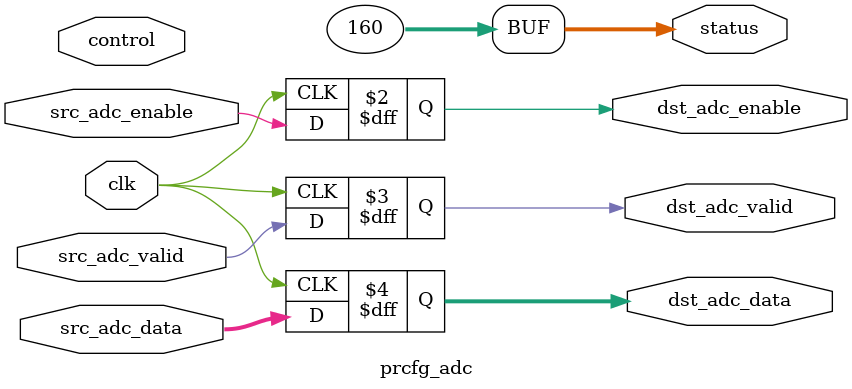
<source format=v>

`timescale 1ns/1ns

module prcfg_adc #(

  parameter   CHANNEL_ID  = 0) (
  input                   clk,

  // control ports
  input       [31:0]      control,
  output      [31:0]      status,

  // FIFO interface
  input                   src_adc_enable,
  input                   src_adc_valid,
  input       [15:0]      src_adc_data,

  output  reg             dst_adc_enable,
  output  reg             dst_adc_valid,
  output  reg [15:0]      dst_adc_data);

  localparam  RP_ID       = 8'hA0;

  assign status = {24'h0, RP_ID};

  always @(posedge clk) begin
    dst_adc_enable <= src_adc_enable;
    dst_adc_valid <= src_adc_valid;
    dst_adc_data <= src_adc_data;
  end
endmodule

</source>
